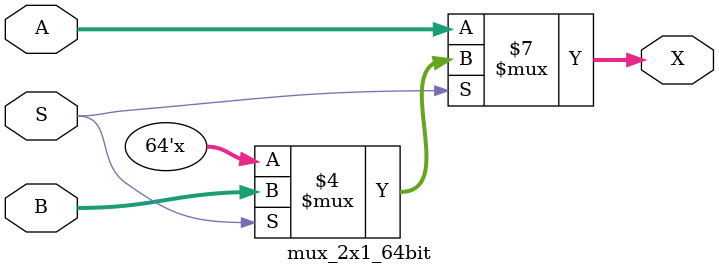
<source format=v>
module mux_2x1_64bit (
    input S,
    input [63:0] A, B,
    output reg [63:0] X
);

always @ (*) 
    begin
        if (S == 1'b0)
            X <= A;
        else if (S == 1'b1)
            X <= B;
    end
endmodule
</source>
